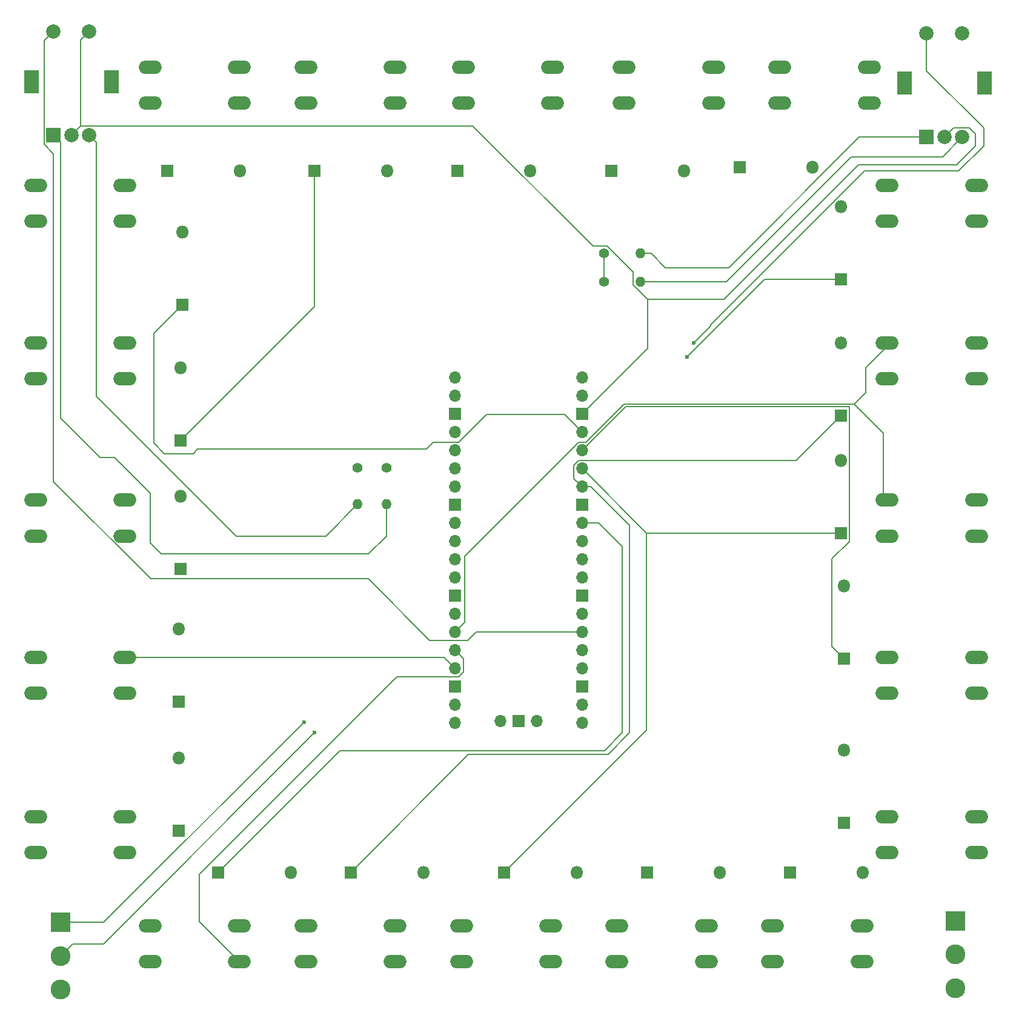
<source format=gtl>
G04 #@! TF.GenerationSoftware,KiCad,Pcbnew,8.0.3*
G04 #@! TF.CreationDate,2024-07-18T12:32:46+02:00*
G04 #@! TF.ProjectId,MFD,4d46442e-6b69-4636-9164-5f7063625858,1.0*
G04 #@! TF.SameCoordinates,Original*
G04 #@! TF.FileFunction,Copper,L1,Top*
G04 #@! TF.FilePolarity,Positive*
%FSLAX46Y46*%
G04 Gerber Fmt 4.6, Leading zero omitted, Abs format (unit mm)*
G04 Created by KiCad (PCBNEW 8.0.3) date 2024-07-18 12:32:46*
%MOMM*%
%LPD*%
G01*
G04 APERTURE LIST*
G04 #@! TA.AperFunction,ComponentPad*
%ADD10R,1.800000X1.800000*%
G04 #@! TD*
G04 #@! TA.AperFunction,ComponentPad*
%ADD11O,1.800000X1.800000*%
G04 #@! TD*
G04 #@! TA.AperFunction,ComponentPad*
%ADD12O,3.200000X1.900000*%
G04 #@! TD*
G04 #@! TA.AperFunction,ComponentPad*
%ADD13C,1.400000*%
G04 #@! TD*
G04 #@! TA.AperFunction,ComponentPad*
%ADD14O,1.400000X1.400000*%
G04 #@! TD*
G04 #@! TA.AperFunction,ComponentPad*
%ADD15R,2.000000X2.000000*%
G04 #@! TD*
G04 #@! TA.AperFunction,ComponentPad*
%ADD16C,2.000000*%
G04 #@! TD*
G04 #@! TA.AperFunction,ComponentPad*
%ADD17R,2.000000X3.200000*%
G04 #@! TD*
G04 #@! TA.AperFunction,ComponentPad*
%ADD18R,2.775000X2.775000*%
G04 #@! TD*
G04 #@! TA.AperFunction,ComponentPad*
%ADD19C,2.775000*%
G04 #@! TD*
G04 #@! TA.AperFunction,ComponentPad*
%ADD20O,1.700000X1.700000*%
G04 #@! TD*
G04 #@! TA.AperFunction,ComponentPad*
%ADD21R,1.700000X1.700000*%
G04 #@! TD*
G04 #@! TA.AperFunction,ViaPad*
%ADD22C,0.600000*%
G04 #@! TD*
G04 #@! TA.AperFunction,Conductor*
%ADD23C,0.200000*%
G04 #@! TD*
G04 APERTURE END LIST*
D10*
X156500000Y-92080000D03*
D11*
X156500000Y-81920000D03*
D10*
X64000000Y-115660000D03*
D11*
X64000000Y-105500000D03*
D12*
X116000000Y-152000000D03*
X103500000Y-152000000D03*
X116000000Y-147000000D03*
X103500000Y-147000000D03*
X163000000Y-131750000D03*
X175500000Y-131750000D03*
X163000000Y-136750000D03*
X175500000Y-136750000D03*
D10*
X88000000Y-139500000D03*
D11*
X98160000Y-139500000D03*
D12*
X163000000Y-87500000D03*
X175500000Y-87500000D03*
X163000000Y-92500000D03*
X175500000Y-92500000D03*
D13*
X89000000Y-82960000D03*
D14*
X89000000Y-88040000D03*
D12*
X148000000Y-27000000D03*
X160500000Y-27000000D03*
X148000000Y-32000000D03*
X160500000Y-32000000D03*
X163000000Y-43500000D03*
X175500000Y-43500000D03*
X163000000Y-48500000D03*
X175500000Y-48500000D03*
X94250000Y-152000000D03*
X81750000Y-152000000D03*
X94250000Y-147000000D03*
X81750000Y-147000000D03*
X44000000Y-43500000D03*
X56500000Y-43500000D03*
X44000000Y-48500000D03*
X56500000Y-48500000D03*
D10*
X149420000Y-139500000D03*
D11*
X159580000Y-139500000D03*
D13*
X123460000Y-57000000D03*
D14*
X128540000Y-57000000D03*
D12*
X163000000Y-109500000D03*
X175500000Y-109500000D03*
X163000000Y-114500000D03*
X175500000Y-114500000D03*
D10*
X156500000Y-56660000D03*
D11*
X156500000Y-46500000D03*
D10*
X69500000Y-139500000D03*
D11*
X79660000Y-139500000D03*
D10*
X157000000Y-132580000D03*
D11*
X157000000Y-122420000D03*
D12*
X163000000Y-65500000D03*
X175500000Y-65500000D03*
X163000000Y-70500000D03*
X175500000Y-70500000D03*
D15*
X46500000Y-36500000D03*
D16*
X51500000Y-36500000D03*
X49000000Y-36500000D03*
D17*
X43400000Y-29000000D03*
X54600000Y-29000000D03*
D16*
X51500000Y-22000000D03*
X46500000Y-22000000D03*
D10*
X109500000Y-139500000D03*
D11*
X119660000Y-139500000D03*
D13*
X93000000Y-83000000D03*
D14*
X93000000Y-88080000D03*
D10*
X102920000Y-41500000D03*
D11*
X113080000Y-41500000D03*
D10*
X62420000Y-41500000D03*
D11*
X72580000Y-41500000D03*
D12*
X44000000Y-65500000D03*
X56500000Y-65500000D03*
X44000000Y-70500000D03*
X56500000Y-70500000D03*
D18*
X172500000Y-146300000D03*
D19*
X172500000Y-151000000D03*
X172500000Y-155700000D03*
D12*
X126250000Y-27000000D03*
X138750000Y-27000000D03*
X126250000Y-32000000D03*
X138750000Y-32000000D03*
D10*
X64250000Y-79160000D03*
D11*
X64250000Y-69000000D03*
D10*
X157000000Y-109660000D03*
D11*
X157000000Y-99500000D03*
D10*
X156500000Y-75660000D03*
D11*
X156500000Y-65500000D03*
D10*
X82920000Y-41500000D03*
D11*
X93080000Y-41500000D03*
D10*
X129420000Y-139500000D03*
D11*
X139580000Y-139500000D03*
D15*
X168500000Y-36750000D03*
D16*
X173500000Y-36750000D03*
X171000000Y-36750000D03*
D17*
X165400000Y-29250000D03*
X176600000Y-29250000D03*
D16*
X173500000Y-22250000D03*
X168500000Y-22250000D03*
D12*
X60000000Y-27000000D03*
X72500000Y-27000000D03*
X60000000Y-32000000D03*
X72500000Y-32000000D03*
X44000000Y-109500000D03*
X56500000Y-109500000D03*
X44000000Y-114500000D03*
X56500000Y-114500000D03*
X159500000Y-152000000D03*
X147000000Y-152000000D03*
X159500000Y-147000000D03*
X147000000Y-147000000D03*
X72500000Y-152000000D03*
X60000000Y-152000000D03*
X72500000Y-147000000D03*
X60000000Y-147000000D03*
D10*
X142420000Y-41000000D03*
D11*
X152580000Y-41000000D03*
D12*
X103750000Y-27000000D03*
X116250000Y-27000000D03*
X103750000Y-32000000D03*
X116250000Y-32000000D03*
X44000000Y-131750000D03*
X56500000Y-131750000D03*
X44000000Y-136750000D03*
X56500000Y-136750000D03*
D10*
X64250000Y-97080000D03*
D11*
X64250000Y-86920000D03*
D18*
X47500000Y-146500000D03*
D19*
X47500000Y-151200000D03*
X47500000Y-155900000D03*
D12*
X81750000Y-27000000D03*
X94250000Y-27000000D03*
X81750000Y-32000000D03*
X94250000Y-32000000D03*
X137750000Y-152000000D03*
X125250000Y-152000000D03*
X137750000Y-147000000D03*
X125250000Y-147000000D03*
D13*
X123460000Y-53000000D03*
D14*
X128540000Y-53000000D03*
D10*
X64500000Y-60160000D03*
D11*
X64500000Y-50000000D03*
D10*
X64000000Y-133660000D03*
D11*
X64000000Y-123500000D03*
D10*
X124420000Y-41500000D03*
D11*
X134580000Y-41500000D03*
D12*
X44000000Y-87500000D03*
X56500000Y-87500000D03*
X44000000Y-92500000D03*
X56500000Y-92500000D03*
D20*
X120390000Y-70370000D03*
X120390000Y-72910000D03*
D21*
X120390000Y-75450000D03*
D20*
X120390000Y-77990000D03*
X120390000Y-80530000D03*
X120390000Y-83070000D03*
X120390000Y-85610000D03*
D21*
X120390000Y-88150000D03*
D20*
X120390000Y-90690000D03*
X120390000Y-93230000D03*
X120390000Y-95770000D03*
X120390000Y-98310000D03*
D21*
X120390000Y-100850000D03*
D20*
X120390000Y-103390000D03*
X120390000Y-105930000D03*
X120390000Y-108470000D03*
X120390000Y-111010000D03*
D21*
X120390000Y-113550000D03*
D20*
X120390000Y-116090000D03*
X120390000Y-118630000D03*
X102610000Y-118630000D03*
X102610000Y-116090000D03*
D21*
X102610000Y-113550000D03*
D20*
X102610000Y-111010000D03*
X102610000Y-108470000D03*
X102610000Y-105930000D03*
X102610000Y-103390000D03*
D21*
X102610000Y-100850000D03*
D20*
X102610000Y-98310000D03*
X102610000Y-95770000D03*
X102610000Y-93230000D03*
X102610000Y-90690000D03*
D21*
X102610000Y-88150000D03*
D20*
X102610000Y-85610000D03*
X102610000Y-83070000D03*
X102610000Y-80530000D03*
X102610000Y-77990000D03*
D21*
X102610000Y-75450000D03*
D20*
X102610000Y-72910000D03*
X102610000Y-70370000D03*
X114040000Y-118400000D03*
D21*
X111500000Y-118400000D03*
D20*
X108960000Y-118400000D03*
D22*
X136000000Y-65500000D03*
X135000000Y-67500000D03*
X81500000Y-118500000D03*
X83000000Y-120000000D03*
D23*
X136000000Y-65500000D02*
X138302942Y-63197058D01*
X138302942Y-63197058D02*
X138302942Y-63000000D01*
X47500000Y-151200000D02*
X49200000Y-149500000D01*
X49200000Y-149500000D02*
X53500000Y-149500000D01*
X47500000Y-146500000D02*
X53500000Y-146500000D01*
X61500000Y-95000000D02*
X90500000Y-95000000D01*
X53000000Y-81500000D02*
X55000000Y-81500000D01*
X60000000Y-86500000D02*
X60000000Y-93500000D01*
X47500000Y-37500000D02*
X47500000Y-76000000D01*
X46500000Y-36500000D02*
X47500000Y-37500000D01*
X55000000Y-81500000D02*
X60000000Y-86500000D01*
X93000000Y-92500000D02*
X93000000Y-88080000D01*
X90500000Y-95000000D02*
X93000000Y-92500000D01*
X47500000Y-76000000D02*
X53000000Y-81500000D01*
X60000000Y-93500000D02*
X61500000Y-95000000D01*
X60082233Y-98500000D02*
X46500000Y-84917767D01*
X120390000Y-105930000D02*
X105570000Y-105930000D01*
X99080000Y-107080000D02*
X90500000Y-98500000D01*
X104420000Y-107080000D02*
X99080000Y-107080000D01*
X45200000Y-23300000D02*
X46500000Y-22000000D01*
X46500000Y-84917767D02*
X46500000Y-39100000D01*
X45200000Y-37800000D02*
X45200000Y-23300000D01*
X90500000Y-98500000D02*
X60082233Y-98500000D01*
X105570000Y-105930000D02*
X104420000Y-107080000D01*
X46500000Y-39100000D02*
X45200000Y-37800000D01*
X121874214Y-52000000D02*
X123874214Y-52000000D01*
X49000000Y-36500000D02*
X50300000Y-35200000D01*
X51500000Y-22000000D02*
X50300000Y-23200000D01*
X127500000Y-55625786D02*
X127500000Y-57374214D01*
X172738478Y-40600000D02*
X175300000Y-38038478D01*
X175300000Y-36300000D02*
X174450000Y-35450000D01*
X140200000Y-59400000D02*
X159000000Y-40600000D01*
X123874214Y-52000000D02*
X127500000Y-55625786D01*
X172300000Y-35450000D02*
X171000000Y-36750000D01*
X175300000Y-38038478D02*
X175300000Y-36300000D01*
X105074214Y-35200000D02*
X121874214Y-52000000D01*
X50300000Y-35200000D02*
X105074214Y-35200000D01*
X129525786Y-59400000D02*
X140200000Y-59400000D01*
X127500000Y-57374214D02*
X129525786Y-59400000D01*
X129525786Y-59400000D02*
X129525786Y-66314214D01*
X159000000Y-40600000D02*
X172738478Y-40600000D01*
X129525786Y-66314214D02*
X120390000Y-75450000D01*
X50300000Y-23200000D02*
X50300000Y-35200000D01*
X174450000Y-35450000D02*
X172300000Y-35450000D01*
X84540000Y-92500000D02*
X72000000Y-92500000D01*
X52500000Y-73000000D02*
X72000000Y-92500000D01*
X52500000Y-37500000D02*
X52500000Y-73000000D01*
X51500000Y-36500000D02*
X52500000Y-37500000D01*
X89000000Y-88040000D02*
X84540000Y-92500000D01*
X173000000Y-41500000D02*
X176500000Y-38000000D01*
X168500000Y-27500000D02*
X168500000Y-22250000D01*
X176500000Y-38000000D02*
X176500000Y-35500000D01*
X159802942Y-41500000D02*
X173000000Y-41500000D01*
X176500000Y-35500000D02*
X168500000Y-27500000D01*
X138302942Y-63000000D02*
X159802942Y-41500000D01*
X159090000Y-36750000D02*
X168500000Y-36750000D01*
X130000000Y-53000000D02*
X132000000Y-55000000D01*
X132000000Y-55000000D02*
X140840000Y-55000000D01*
X128540000Y-53000000D02*
X130000000Y-53000000D01*
X140840000Y-55000000D02*
X159090000Y-36750000D01*
X140500000Y-57000000D02*
X158000000Y-39500000D01*
X158000000Y-39500000D02*
X170750000Y-39500000D01*
X170750000Y-39500000D02*
X173500000Y-36750000D01*
X128540000Y-57000000D02*
X140500000Y-57000000D01*
X103086346Y-79380000D02*
X99593654Y-79380000D01*
X98613654Y-80360000D02*
X66640000Y-80360000D01*
X117900000Y-75500000D02*
X106966346Y-75500000D01*
X66640000Y-80360000D02*
X66000000Y-81000000D01*
X106966346Y-75500000D02*
X103086346Y-79380000D01*
X99593654Y-79380000D02*
X98613654Y-80360000D01*
X120390000Y-77990000D02*
X117900000Y-75500000D01*
X60500000Y-64160000D02*
X64500000Y-60160000D01*
X60500000Y-79500000D02*
X60500000Y-64160000D01*
X66000000Y-81000000D02*
X62000000Y-81000000D01*
X62000000Y-81000000D02*
X60500000Y-79500000D01*
X157000000Y-109660000D02*
X155300000Y-107960000D01*
X126460000Y-74460000D02*
X120390000Y-80530000D01*
X157700000Y-74460000D02*
X126460000Y-74460000D01*
X157700000Y-93280000D02*
X157700000Y-74460000D01*
X64250000Y-79160000D02*
X82920000Y-60490000D01*
X82920000Y-60490000D02*
X82920000Y-41500000D01*
X155300000Y-107960000D02*
X155300000Y-95680000D01*
X155300000Y-95680000D02*
X157700000Y-93280000D01*
X129400000Y-92080000D02*
X120390000Y-83070000D01*
X129400000Y-119600000D02*
X129400000Y-92080000D01*
X109500000Y-139500000D02*
X129400000Y-119600000D01*
X156500000Y-92080000D02*
X129400000Y-92080000D01*
X124000000Y-123000000D02*
X127000000Y-120000000D01*
X127000000Y-120000000D02*
X127000000Y-91000000D01*
X150240000Y-81920000D02*
X119913654Y-81920000D01*
X119240000Y-84460000D02*
X120390000Y-85610000D01*
X119240000Y-82593654D02*
X119240000Y-84460000D01*
X127000000Y-91000000D02*
X121610000Y-85610000D01*
X88000000Y-139500000D02*
X104500000Y-123000000D01*
X156500000Y-75660000D02*
X150240000Y-81920000D01*
X104500000Y-123000000D02*
X124000000Y-123000000D01*
X119913654Y-81920000D02*
X119240000Y-82593654D01*
X121610000Y-85610000D02*
X120390000Y-85610000D01*
X126000000Y-94000000D02*
X126000000Y-120000000D01*
X126000000Y-120000000D02*
X123500000Y-122500000D01*
X120390000Y-90690000D02*
X122690000Y-90690000D01*
X123500000Y-122500000D02*
X86500000Y-122500000D01*
X122690000Y-90690000D02*
X126000000Y-94000000D01*
X156500000Y-56660000D02*
X145840000Y-56660000D01*
X86500000Y-122500000D02*
X69500000Y-139500000D01*
X145840000Y-56660000D02*
X135000000Y-67500000D01*
X163000000Y-65500000D02*
X163000000Y-66000000D01*
X104000000Y-95293654D02*
X104000000Y-104540000D01*
X126186346Y-74060000D02*
X120866346Y-79380000D01*
X119913654Y-79380000D02*
X104000000Y-95293654D01*
X104000000Y-104540000D02*
X102610000Y-105930000D01*
X162500000Y-78120000D02*
X162500000Y-87000000D01*
X160000000Y-72500000D02*
X158440000Y-74060000D01*
X120866346Y-79380000D02*
X119913654Y-79380000D01*
X160000000Y-69000000D02*
X160000000Y-72500000D01*
X163000000Y-66000000D02*
X160000000Y-69000000D01*
X158440000Y-74060000D02*
X162500000Y-78120000D01*
X158440000Y-74060000D02*
X157865685Y-74060000D01*
X162500000Y-87000000D02*
X163000000Y-87500000D01*
X157865685Y-74060000D02*
X126186346Y-74060000D01*
X94440000Y-112160000D02*
X103086346Y-112160000D01*
X66850000Y-139750000D02*
X94440000Y-112160000D01*
X66850000Y-146350000D02*
X66850000Y-139750000D01*
X72500000Y-152000000D02*
X66850000Y-146350000D01*
X103760000Y-109620000D02*
X102610000Y-108470000D01*
X103086346Y-112160000D02*
X103760000Y-111486346D01*
X103760000Y-111486346D02*
X103760000Y-109620000D01*
X102610000Y-111010000D02*
X101100000Y-109500000D01*
X101100000Y-109500000D02*
X56500000Y-109500000D01*
X53500000Y-146500000D02*
X81500000Y-118500000D01*
X53500000Y-149500000D02*
X83000000Y-120000000D01*
X123460000Y-57000000D02*
X123460000Y-53000000D01*
M02*

</source>
